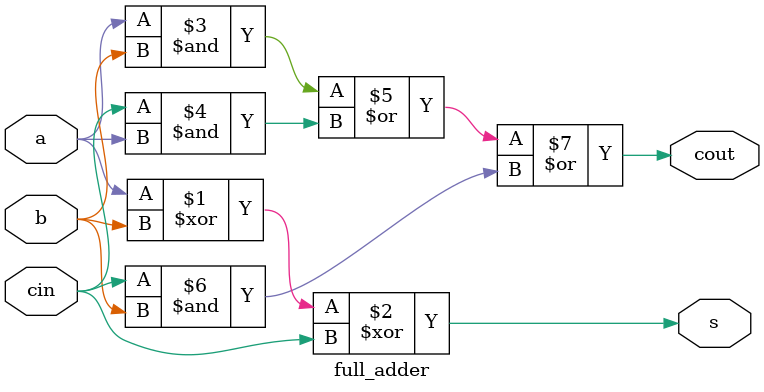
<source format=sv>
`timescale 1ns / 1ps


module full_adder(
    input logic cin,
    input logic a,
    input logic b,
    output logic s,
    output logic cout
    );
    
    assign s = ((a^b)^cin);
    assign cout = ((a&b)|(cin&a)|(cin&b));
    
endmodule

</source>
